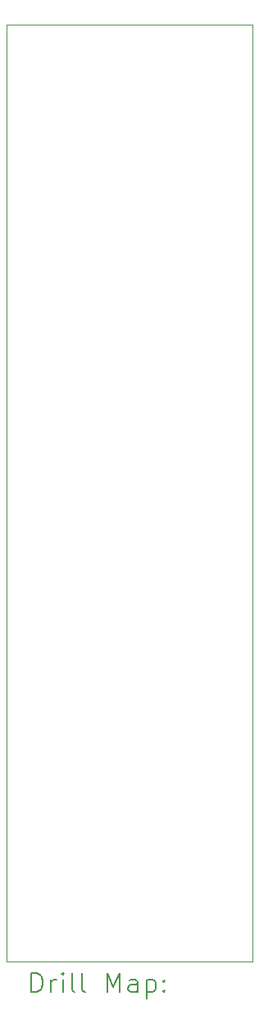
<source format=gbr>
%TF.GenerationSoftware,KiCad,Pcbnew,7.0.10*%
%TF.CreationDate,2024-02-17T13:29:28+01:00*%
%TF.ProjectId,System_11a_output_adapter,53797374-656d-45f3-9131-615f6f757470,rev?*%
%TF.SameCoordinates,Original*%
%TF.FileFunction,Drillmap*%
%TF.FilePolarity,Positive*%
%FSLAX45Y45*%
G04 Gerber Fmt 4.5, Leading zero omitted, Abs format (unit mm)*
G04 Created by KiCad (PCBNEW 7.0.10) date 2024-02-17 13:29:28*
%MOMM*%
%LPD*%
G01*
G04 APERTURE LIST*
%ADD10C,0.100000*%
%ADD11C,0.200000*%
G04 APERTURE END LIST*
D10*
X2286000Y-1778000D02*
X4826000Y-1778000D01*
X4826000Y-11430000D01*
X2286000Y-11430000D01*
X2286000Y-1778000D01*
D11*
X2541777Y-11746484D02*
X2541777Y-11546484D01*
X2541777Y-11546484D02*
X2589396Y-11546484D01*
X2589396Y-11546484D02*
X2617967Y-11556008D01*
X2617967Y-11556008D02*
X2637015Y-11575055D01*
X2637015Y-11575055D02*
X2646539Y-11594103D01*
X2646539Y-11594103D02*
X2656063Y-11632198D01*
X2656063Y-11632198D02*
X2656063Y-11660769D01*
X2656063Y-11660769D02*
X2646539Y-11698865D01*
X2646539Y-11698865D02*
X2637015Y-11717912D01*
X2637015Y-11717912D02*
X2617967Y-11736960D01*
X2617967Y-11736960D02*
X2589396Y-11746484D01*
X2589396Y-11746484D02*
X2541777Y-11746484D01*
X2741777Y-11746484D02*
X2741777Y-11613150D01*
X2741777Y-11651246D02*
X2751301Y-11632198D01*
X2751301Y-11632198D02*
X2760824Y-11622674D01*
X2760824Y-11622674D02*
X2779872Y-11613150D01*
X2779872Y-11613150D02*
X2798920Y-11613150D01*
X2865586Y-11746484D02*
X2865586Y-11613150D01*
X2865586Y-11546484D02*
X2856062Y-11556008D01*
X2856062Y-11556008D02*
X2865586Y-11565531D01*
X2865586Y-11565531D02*
X2875110Y-11556008D01*
X2875110Y-11556008D02*
X2865586Y-11546484D01*
X2865586Y-11546484D02*
X2865586Y-11565531D01*
X2989396Y-11746484D02*
X2970348Y-11736960D01*
X2970348Y-11736960D02*
X2960824Y-11717912D01*
X2960824Y-11717912D02*
X2960824Y-11546484D01*
X3094158Y-11746484D02*
X3075110Y-11736960D01*
X3075110Y-11736960D02*
X3065586Y-11717912D01*
X3065586Y-11717912D02*
X3065586Y-11546484D01*
X3322729Y-11746484D02*
X3322729Y-11546484D01*
X3322729Y-11546484D02*
X3389396Y-11689341D01*
X3389396Y-11689341D02*
X3456062Y-11546484D01*
X3456062Y-11546484D02*
X3456062Y-11746484D01*
X3637015Y-11746484D02*
X3637015Y-11641722D01*
X3637015Y-11641722D02*
X3627491Y-11622674D01*
X3627491Y-11622674D02*
X3608443Y-11613150D01*
X3608443Y-11613150D02*
X3570348Y-11613150D01*
X3570348Y-11613150D02*
X3551301Y-11622674D01*
X3637015Y-11736960D02*
X3617967Y-11746484D01*
X3617967Y-11746484D02*
X3570348Y-11746484D01*
X3570348Y-11746484D02*
X3551301Y-11736960D01*
X3551301Y-11736960D02*
X3541777Y-11717912D01*
X3541777Y-11717912D02*
X3541777Y-11698865D01*
X3541777Y-11698865D02*
X3551301Y-11679817D01*
X3551301Y-11679817D02*
X3570348Y-11670293D01*
X3570348Y-11670293D02*
X3617967Y-11670293D01*
X3617967Y-11670293D02*
X3637015Y-11660769D01*
X3732253Y-11613150D02*
X3732253Y-11813150D01*
X3732253Y-11622674D02*
X3751301Y-11613150D01*
X3751301Y-11613150D02*
X3789396Y-11613150D01*
X3789396Y-11613150D02*
X3808443Y-11622674D01*
X3808443Y-11622674D02*
X3817967Y-11632198D01*
X3817967Y-11632198D02*
X3827491Y-11651246D01*
X3827491Y-11651246D02*
X3827491Y-11708388D01*
X3827491Y-11708388D02*
X3817967Y-11727436D01*
X3817967Y-11727436D02*
X3808443Y-11736960D01*
X3808443Y-11736960D02*
X3789396Y-11746484D01*
X3789396Y-11746484D02*
X3751301Y-11746484D01*
X3751301Y-11746484D02*
X3732253Y-11736960D01*
X3913205Y-11727436D02*
X3922729Y-11736960D01*
X3922729Y-11736960D02*
X3913205Y-11746484D01*
X3913205Y-11746484D02*
X3903682Y-11736960D01*
X3903682Y-11736960D02*
X3913205Y-11727436D01*
X3913205Y-11727436D02*
X3913205Y-11746484D01*
X3913205Y-11622674D02*
X3922729Y-11632198D01*
X3922729Y-11632198D02*
X3913205Y-11641722D01*
X3913205Y-11641722D02*
X3903682Y-11632198D01*
X3903682Y-11632198D02*
X3913205Y-11622674D01*
X3913205Y-11622674D02*
X3913205Y-11641722D01*
M02*

</source>
